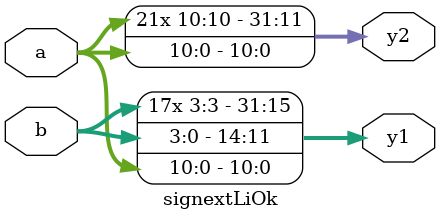
<source format=v>
module signextLiOk(	input  [10:0] a,
						input[3:0] b,
						output  [31:0] y1,y2);
						
	 assign y1={{{17{b[3]}},b},a};
	 assign y2={{21{a[10]}},a};

endmodule
</source>
